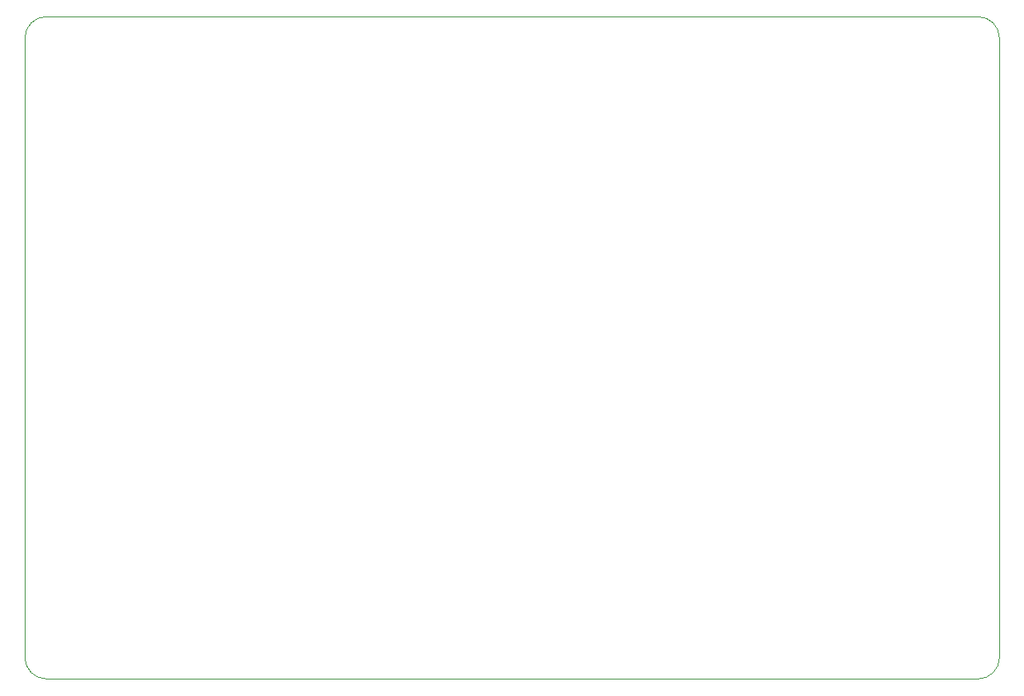
<source format=gbr>
%TF.GenerationSoftware,KiCad,Pcbnew,7.0.3*%
%TF.CreationDate,2023-06-30T08:14:05+01:00*%
%TF.ProjectId,MinFox,4d696e46-6f78-42e6-9b69-6361645f7063,rev?*%
%TF.SameCoordinates,Original*%
%TF.FileFunction,Profile,NP*%
%FSLAX46Y46*%
G04 Gerber Fmt 4.6, Leading zero omitted, Abs format (unit mm)*
G04 Created by KiCad (PCBNEW 7.0.3) date 2023-06-30 08:14:05*
%MOMM*%
%LPD*%
G01*
G04 APERTURE LIST*
%TA.AperFunction,Profile*%
%ADD10C,0.100000*%
%TD*%
G04 APERTURE END LIST*
D10*
X160100000Y-30200000D02*
X160100000Y-93800000D01*
X160100000Y-30200000D02*
G75*
G03*
X157900000Y-28000000I-2200000J0D01*
G01*
X62300000Y-28000000D02*
G75*
G03*
X60100000Y-30200000I0J-2200000D01*
G01*
X62300000Y-28000000D02*
X157900000Y-28000000D01*
X157900000Y-96000000D02*
X62300000Y-96000000D01*
X157900000Y-96000000D02*
G75*
G03*
X160100000Y-93800000I0J2200000D01*
G01*
X60100000Y-93800000D02*
X60100000Y-30200000D01*
X60100000Y-93800000D02*
G75*
G03*
X62300000Y-96000000I2200000J0D01*
G01*
M02*

</source>
